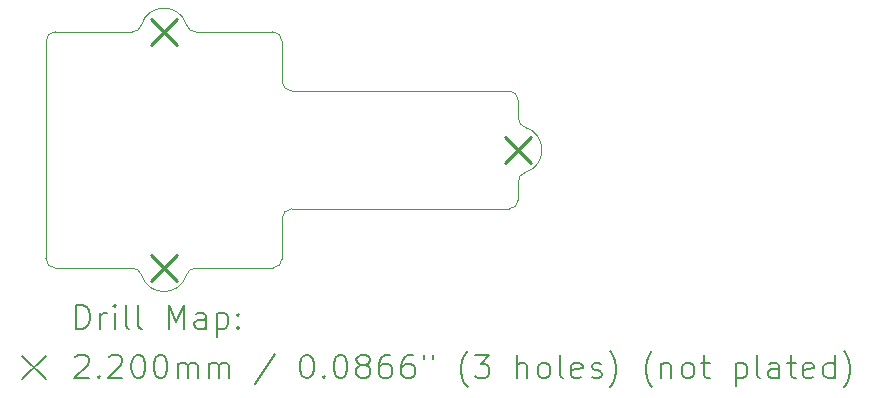
<source format=gbr>
%TF.GenerationSoftware,KiCad,Pcbnew,9.0.2*%
%TF.CreationDate,2025-07-10T11:39:38+02:00*%
%TF.ProjectId,iagabel,69616761-6265-46c2-9e6b-696361645f70,rev?*%
%TF.SameCoordinates,Original*%
%TF.FileFunction,Drillmap*%
%TF.FilePolarity,Positive*%
%FSLAX45Y45*%
G04 Gerber Fmt 4.5, Leading zero omitted, Abs format (unit mm)*
G04 Created by KiCad (PCBNEW 9.0.2) date 2025-07-10 11:39:38*
%MOMM*%
%LPD*%
G01*
G04 APERTURE LIST*
%ADD10C,0.050000*%
%ADD11C,0.200000*%
%ADD12C,0.220000*%
G04 APERTURE END LIST*
D10*
X2080000Y-500000D02*
X3920000Y-500000D01*
X1268330Y0D02*
G75*
G02*
X1191665Y57143I0J80000D01*
G01*
X4000000Y-1420000D02*
X4000000Y-1268330D01*
X808337Y57143D02*
G75*
G02*
X731674Y0I-76663J22854D01*
G01*
X2000000Y-80000D02*
X2000000Y-420000D01*
X0Y-80000D02*
G75*
G02*
X80000Y0I80000J0D01*
G01*
X1268867Y-2000000D02*
X1920000Y-2000000D01*
X0Y-80000D02*
X0Y-1920000D01*
X80000Y-2000000D02*
G75*
G02*
X0Y-1920000I0J80000D01*
G01*
X4057143Y-808337D02*
G75*
G02*
X4000000Y-731133I22857J76667D01*
G01*
X731670Y-2000000D02*
G75*
G02*
X808335Y-2057143I0J-80000D01*
G01*
X80000Y0D02*
X731674Y0D01*
X1191663Y-2057143D02*
G75*
G02*
X1268867Y-2000000I76667J-22857D01*
G01*
X2000000Y-1920000D02*
G75*
G02*
X1920000Y-2000000I-80000J0D01*
G01*
X2000000Y-1580000D02*
G75*
G02*
X2080000Y-1500000I80000J0D01*
G01*
X4000000Y-1420000D02*
G75*
G02*
X3920000Y-1500000I-80000J0D01*
G01*
X1920000Y0D02*
G75*
G02*
X2000000Y-80000I0J-80000D01*
G01*
X2000000Y-1920000D02*
X2000000Y-1580000D01*
X2080000Y-500000D02*
G75*
G02*
X2000000Y-420000I0J80000D01*
G01*
X2080000Y-1500000D02*
X3920000Y-1500000D01*
X4057143Y-808337D02*
G75*
G02*
X4057143Y-1191663I-57143J-191663D01*
G01*
X4000000Y-731133D02*
X4000000Y-580000D01*
X808337Y57143D02*
G75*
G02*
X1191663Y57143I191663J-57143D01*
G01*
X1268330Y0D02*
X1920000Y0D01*
X3920000Y-500000D02*
G75*
G02*
X4000000Y-580000I0J-80000D01*
G01*
X80000Y-2000000D02*
X731670Y-2000000D01*
X4000000Y-1268330D02*
G75*
G02*
X4057143Y-1191665I80000J0D01*
G01*
X1191663Y-2057143D02*
G75*
G02*
X808337Y-2057143I-191663J57143D01*
G01*
D11*
D12*
X890000Y110000D02*
X1110000Y-110000D01*
X1110000Y110000D02*
X890000Y-110000D01*
X890000Y-1890000D02*
X1110000Y-2110000D01*
X1110000Y-1890000D02*
X890000Y-2110000D01*
X3890000Y-890000D02*
X4110000Y-1110000D01*
X4110000Y-890000D02*
X3890000Y-1110000D01*
D11*
X258277Y-2513984D02*
X258277Y-2313984D01*
X258277Y-2313984D02*
X305896Y-2313984D01*
X305896Y-2313984D02*
X334467Y-2323508D01*
X334467Y-2323508D02*
X353515Y-2342555D01*
X353515Y-2342555D02*
X363039Y-2361603D01*
X363039Y-2361603D02*
X372562Y-2399698D01*
X372562Y-2399698D02*
X372562Y-2428269D01*
X372562Y-2428269D02*
X363039Y-2466365D01*
X363039Y-2466365D02*
X353515Y-2485412D01*
X353515Y-2485412D02*
X334467Y-2504460D01*
X334467Y-2504460D02*
X305896Y-2513984D01*
X305896Y-2513984D02*
X258277Y-2513984D01*
X458277Y-2513984D02*
X458277Y-2380650D01*
X458277Y-2418746D02*
X467801Y-2399698D01*
X467801Y-2399698D02*
X477324Y-2390174D01*
X477324Y-2390174D02*
X496372Y-2380650D01*
X496372Y-2380650D02*
X515420Y-2380650D01*
X582086Y-2513984D02*
X582086Y-2380650D01*
X582086Y-2313984D02*
X572563Y-2323508D01*
X572563Y-2323508D02*
X582086Y-2333031D01*
X582086Y-2333031D02*
X591610Y-2323508D01*
X591610Y-2323508D02*
X582086Y-2313984D01*
X582086Y-2313984D02*
X582086Y-2333031D01*
X705896Y-2513984D02*
X686848Y-2504460D01*
X686848Y-2504460D02*
X677324Y-2485412D01*
X677324Y-2485412D02*
X677324Y-2313984D01*
X810658Y-2513984D02*
X791610Y-2504460D01*
X791610Y-2504460D02*
X782086Y-2485412D01*
X782086Y-2485412D02*
X782086Y-2313984D01*
X1039229Y-2513984D02*
X1039229Y-2313984D01*
X1039229Y-2313984D02*
X1105896Y-2456841D01*
X1105896Y-2456841D02*
X1172563Y-2313984D01*
X1172563Y-2313984D02*
X1172563Y-2513984D01*
X1353515Y-2513984D02*
X1353515Y-2409222D01*
X1353515Y-2409222D02*
X1343991Y-2390174D01*
X1343991Y-2390174D02*
X1324944Y-2380650D01*
X1324944Y-2380650D02*
X1286848Y-2380650D01*
X1286848Y-2380650D02*
X1267801Y-2390174D01*
X1353515Y-2504460D02*
X1334467Y-2513984D01*
X1334467Y-2513984D02*
X1286848Y-2513984D01*
X1286848Y-2513984D02*
X1267801Y-2504460D01*
X1267801Y-2504460D02*
X1258277Y-2485412D01*
X1258277Y-2485412D02*
X1258277Y-2466365D01*
X1258277Y-2466365D02*
X1267801Y-2447317D01*
X1267801Y-2447317D02*
X1286848Y-2437793D01*
X1286848Y-2437793D02*
X1334467Y-2437793D01*
X1334467Y-2437793D02*
X1353515Y-2428269D01*
X1448753Y-2380650D02*
X1448753Y-2580650D01*
X1448753Y-2390174D02*
X1467801Y-2380650D01*
X1467801Y-2380650D02*
X1505896Y-2380650D01*
X1505896Y-2380650D02*
X1524943Y-2390174D01*
X1524943Y-2390174D02*
X1534467Y-2399698D01*
X1534467Y-2399698D02*
X1543991Y-2418746D01*
X1543991Y-2418746D02*
X1543991Y-2475888D01*
X1543991Y-2475888D02*
X1534467Y-2494936D01*
X1534467Y-2494936D02*
X1524943Y-2504460D01*
X1524943Y-2504460D02*
X1505896Y-2513984D01*
X1505896Y-2513984D02*
X1467801Y-2513984D01*
X1467801Y-2513984D02*
X1448753Y-2504460D01*
X1629705Y-2494936D02*
X1639229Y-2504460D01*
X1639229Y-2504460D02*
X1629705Y-2513984D01*
X1629705Y-2513984D02*
X1620182Y-2504460D01*
X1620182Y-2504460D02*
X1629705Y-2494936D01*
X1629705Y-2494936D02*
X1629705Y-2513984D01*
X1629705Y-2390174D02*
X1639229Y-2399698D01*
X1639229Y-2399698D02*
X1629705Y-2409222D01*
X1629705Y-2409222D02*
X1620182Y-2399698D01*
X1620182Y-2399698D02*
X1629705Y-2390174D01*
X1629705Y-2390174D02*
X1629705Y-2409222D01*
X-202500Y-2742500D02*
X-2500Y-2942500D01*
X-2500Y-2742500D02*
X-202500Y-2942500D01*
X248753Y-2753031D02*
X258277Y-2743508D01*
X258277Y-2743508D02*
X277324Y-2733984D01*
X277324Y-2733984D02*
X324944Y-2733984D01*
X324944Y-2733984D02*
X343991Y-2743508D01*
X343991Y-2743508D02*
X353515Y-2753031D01*
X353515Y-2753031D02*
X363039Y-2772079D01*
X363039Y-2772079D02*
X363039Y-2791127D01*
X363039Y-2791127D02*
X353515Y-2819698D01*
X353515Y-2819698D02*
X239229Y-2933984D01*
X239229Y-2933984D02*
X363039Y-2933984D01*
X448753Y-2914936D02*
X458277Y-2924460D01*
X458277Y-2924460D02*
X448753Y-2933984D01*
X448753Y-2933984D02*
X439229Y-2924460D01*
X439229Y-2924460D02*
X448753Y-2914936D01*
X448753Y-2914936D02*
X448753Y-2933984D01*
X534467Y-2753031D02*
X543991Y-2743508D01*
X543991Y-2743508D02*
X563039Y-2733984D01*
X563039Y-2733984D02*
X610658Y-2733984D01*
X610658Y-2733984D02*
X629705Y-2743508D01*
X629705Y-2743508D02*
X639229Y-2753031D01*
X639229Y-2753031D02*
X648753Y-2772079D01*
X648753Y-2772079D02*
X648753Y-2791127D01*
X648753Y-2791127D02*
X639229Y-2819698D01*
X639229Y-2819698D02*
X524944Y-2933984D01*
X524944Y-2933984D02*
X648753Y-2933984D01*
X772562Y-2733984D02*
X791610Y-2733984D01*
X791610Y-2733984D02*
X810658Y-2743508D01*
X810658Y-2743508D02*
X820182Y-2753031D01*
X820182Y-2753031D02*
X829705Y-2772079D01*
X829705Y-2772079D02*
X839229Y-2810174D01*
X839229Y-2810174D02*
X839229Y-2857793D01*
X839229Y-2857793D02*
X829705Y-2895888D01*
X829705Y-2895888D02*
X820182Y-2914936D01*
X820182Y-2914936D02*
X810658Y-2924460D01*
X810658Y-2924460D02*
X791610Y-2933984D01*
X791610Y-2933984D02*
X772562Y-2933984D01*
X772562Y-2933984D02*
X753515Y-2924460D01*
X753515Y-2924460D02*
X743991Y-2914936D01*
X743991Y-2914936D02*
X734467Y-2895888D01*
X734467Y-2895888D02*
X724943Y-2857793D01*
X724943Y-2857793D02*
X724943Y-2810174D01*
X724943Y-2810174D02*
X734467Y-2772079D01*
X734467Y-2772079D02*
X743991Y-2753031D01*
X743991Y-2753031D02*
X753515Y-2743508D01*
X753515Y-2743508D02*
X772562Y-2733984D01*
X963039Y-2733984D02*
X982086Y-2733984D01*
X982086Y-2733984D02*
X1001134Y-2743508D01*
X1001134Y-2743508D02*
X1010658Y-2753031D01*
X1010658Y-2753031D02*
X1020182Y-2772079D01*
X1020182Y-2772079D02*
X1029705Y-2810174D01*
X1029705Y-2810174D02*
X1029705Y-2857793D01*
X1029705Y-2857793D02*
X1020182Y-2895888D01*
X1020182Y-2895888D02*
X1010658Y-2914936D01*
X1010658Y-2914936D02*
X1001134Y-2924460D01*
X1001134Y-2924460D02*
X982086Y-2933984D01*
X982086Y-2933984D02*
X963039Y-2933984D01*
X963039Y-2933984D02*
X943991Y-2924460D01*
X943991Y-2924460D02*
X934467Y-2914936D01*
X934467Y-2914936D02*
X924943Y-2895888D01*
X924943Y-2895888D02*
X915420Y-2857793D01*
X915420Y-2857793D02*
X915420Y-2810174D01*
X915420Y-2810174D02*
X924943Y-2772079D01*
X924943Y-2772079D02*
X934467Y-2753031D01*
X934467Y-2753031D02*
X943991Y-2743508D01*
X943991Y-2743508D02*
X963039Y-2733984D01*
X1115420Y-2933984D02*
X1115420Y-2800650D01*
X1115420Y-2819698D02*
X1124944Y-2810174D01*
X1124944Y-2810174D02*
X1143991Y-2800650D01*
X1143991Y-2800650D02*
X1172563Y-2800650D01*
X1172563Y-2800650D02*
X1191610Y-2810174D01*
X1191610Y-2810174D02*
X1201134Y-2829222D01*
X1201134Y-2829222D02*
X1201134Y-2933984D01*
X1201134Y-2829222D02*
X1210658Y-2810174D01*
X1210658Y-2810174D02*
X1229705Y-2800650D01*
X1229705Y-2800650D02*
X1258277Y-2800650D01*
X1258277Y-2800650D02*
X1277325Y-2810174D01*
X1277325Y-2810174D02*
X1286848Y-2829222D01*
X1286848Y-2829222D02*
X1286848Y-2933984D01*
X1382086Y-2933984D02*
X1382086Y-2800650D01*
X1382086Y-2819698D02*
X1391610Y-2810174D01*
X1391610Y-2810174D02*
X1410658Y-2800650D01*
X1410658Y-2800650D02*
X1439229Y-2800650D01*
X1439229Y-2800650D02*
X1458277Y-2810174D01*
X1458277Y-2810174D02*
X1467801Y-2829222D01*
X1467801Y-2829222D02*
X1467801Y-2933984D01*
X1467801Y-2829222D02*
X1477324Y-2810174D01*
X1477324Y-2810174D02*
X1496372Y-2800650D01*
X1496372Y-2800650D02*
X1524943Y-2800650D01*
X1524943Y-2800650D02*
X1543991Y-2810174D01*
X1543991Y-2810174D02*
X1553515Y-2829222D01*
X1553515Y-2829222D02*
X1553515Y-2933984D01*
X1943991Y-2724460D02*
X1772563Y-2981603D01*
X2201134Y-2733984D02*
X2220182Y-2733984D01*
X2220182Y-2733984D02*
X2239229Y-2743508D01*
X2239229Y-2743508D02*
X2248753Y-2753031D01*
X2248753Y-2753031D02*
X2258277Y-2772079D01*
X2258277Y-2772079D02*
X2267801Y-2810174D01*
X2267801Y-2810174D02*
X2267801Y-2857793D01*
X2267801Y-2857793D02*
X2258277Y-2895888D01*
X2258277Y-2895888D02*
X2248753Y-2914936D01*
X2248753Y-2914936D02*
X2239229Y-2924460D01*
X2239229Y-2924460D02*
X2220182Y-2933984D01*
X2220182Y-2933984D02*
X2201134Y-2933984D01*
X2201134Y-2933984D02*
X2182087Y-2924460D01*
X2182087Y-2924460D02*
X2172563Y-2914936D01*
X2172563Y-2914936D02*
X2163039Y-2895888D01*
X2163039Y-2895888D02*
X2153515Y-2857793D01*
X2153515Y-2857793D02*
X2153515Y-2810174D01*
X2153515Y-2810174D02*
X2163039Y-2772079D01*
X2163039Y-2772079D02*
X2172563Y-2753031D01*
X2172563Y-2753031D02*
X2182087Y-2743508D01*
X2182087Y-2743508D02*
X2201134Y-2733984D01*
X2353515Y-2914936D02*
X2363039Y-2924460D01*
X2363039Y-2924460D02*
X2353515Y-2933984D01*
X2353515Y-2933984D02*
X2343991Y-2924460D01*
X2343991Y-2924460D02*
X2353515Y-2914936D01*
X2353515Y-2914936D02*
X2353515Y-2933984D01*
X2486848Y-2733984D02*
X2505896Y-2733984D01*
X2505896Y-2733984D02*
X2524944Y-2743508D01*
X2524944Y-2743508D02*
X2534468Y-2753031D01*
X2534468Y-2753031D02*
X2543991Y-2772079D01*
X2543991Y-2772079D02*
X2553515Y-2810174D01*
X2553515Y-2810174D02*
X2553515Y-2857793D01*
X2553515Y-2857793D02*
X2543991Y-2895888D01*
X2543991Y-2895888D02*
X2534468Y-2914936D01*
X2534468Y-2914936D02*
X2524944Y-2924460D01*
X2524944Y-2924460D02*
X2505896Y-2933984D01*
X2505896Y-2933984D02*
X2486848Y-2933984D01*
X2486848Y-2933984D02*
X2467801Y-2924460D01*
X2467801Y-2924460D02*
X2458277Y-2914936D01*
X2458277Y-2914936D02*
X2448753Y-2895888D01*
X2448753Y-2895888D02*
X2439229Y-2857793D01*
X2439229Y-2857793D02*
X2439229Y-2810174D01*
X2439229Y-2810174D02*
X2448753Y-2772079D01*
X2448753Y-2772079D02*
X2458277Y-2753031D01*
X2458277Y-2753031D02*
X2467801Y-2743508D01*
X2467801Y-2743508D02*
X2486848Y-2733984D01*
X2667801Y-2819698D02*
X2648753Y-2810174D01*
X2648753Y-2810174D02*
X2639229Y-2800650D01*
X2639229Y-2800650D02*
X2629706Y-2781603D01*
X2629706Y-2781603D02*
X2629706Y-2772079D01*
X2629706Y-2772079D02*
X2639229Y-2753031D01*
X2639229Y-2753031D02*
X2648753Y-2743508D01*
X2648753Y-2743508D02*
X2667801Y-2733984D01*
X2667801Y-2733984D02*
X2705896Y-2733984D01*
X2705896Y-2733984D02*
X2724944Y-2743508D01*
X2724944Y-2743508D02*
X2734468Y-2753031D01*
X2734468Y-2753031D02*
X2743991Y-2772079D01*
X2743991Y-2772079D02*
X2743991Y-2781603D01*
X2743991Y-2781603D02*
X2734468Y-2800650D01*
X2734468Y-2800650D02*
X2724944Y-2810174D01*
X2724944Y-2810174D02*
X2705896Y-2819698D01*
X2705896Y-2819698D02*
X2667801Y-2819698D01*
X2667801Y-2819698D02*
X2648753Y-2829222D01*
X2648753Y-2829222D02*
X2639229Y-2838746D01*
X2639229Y-2838746D02*
X2629706Y-2857793D01*
X2629706Y-2857793D02*
X2629706Y-2895888D01*
X2629706Y-2895888D02*
X2639229Y-2914936D01*
X2639229Y-2914936D02*
X2648753Y-2924460D01*
X2648753Y-2924460D02*
X2667801Y-2933984D01*
X2667801Y-2933984D02*
X2705896Y-2933984D01*
X2705896Y-2933984D02*
X2724944Y-2924460D01*
X2724944Y-2924460D02*
X2734468Y-2914936D01*
X2734468Y-2914936D02*
X2743991Y-2895888D01*
X2743991Y-2895888D02*
X2743991Y-2857793D01*
X2743991Y-2857793D02*
X2734468Y-2838746D01*
X2734468Y-2838746D02*
X2724944Y-2829222D01*
X2724944Y-2829222D02*
X2705896Y-2819698D01*
X2915420Y-2733984D02*
X2877325Y-2733984D01*
X2877325Y-2733984D02*
X2858277Y-2743508D01*
X2858277Y-2743508D02*
X2848753Y-2753031D01*
X2848753Y-2753031D02*
X2829706Y-2781603D01*
X2829706Y-2781603D02*
X2820182Y-2819698D01*
X2820182Y-2819698D02*
X2820182Y-2895888D01*
X2820182Y-2895888D02*
X2829706Y-2914936D01*
X2829706Y-2914936D02*
X2839229Y-2924460D01*
X2839229Y-2924460D02*
X2858277Y-2933984D01*
X2858277Y-2933984D02*
X2896372Y-2933984D01*
X2896372Y-2933984D02*
X2915420Y-2924460D01*
X2915420Y-2924460D02*
X2924944Y-2914936D01*
X2924944Y-2914936D02*
X2934467Y-2895888D01*
X2934467Y-2895888D02*
X2934467Y-2848269D01*
X2934467Y-2848269D02*
X2924944Y-2829222D01*
X2924944Y-2829222D02*
X2915420Y-2819698D01*
X2915420Y-2819698D02*
X2896372Y-2810174D01*
X2896372Y-2810174D02*
X2858277Y-2810174D01*
X2858277Y-2810174D02*
X2839229Y-2819698D01*
X2839229Y-2819698D02*
X2829706Y-2829222D01*
X2829706Y-2829222D02*
X2820182Y-2848269D01*
X3105896Y-2733984D02*
X3067801Y-2733984D01*
X3067801Y-2733984D02*
X3048753Y-2743508D01*
X3048753Y-2743508D02*
X3039229Y-2753031D01*
X3039229Y-2753031D02*
X3020182Y-2781603D01*
X3020182Y-2781603D02*
X3010658Y-2819698D01*
X3010658Y-2819698D02*
X3010658Y-2895888D01*
X3010658Y-2895888D02*
X3020182Y-2914936D01*
X3020182Y-2914936D02*
X3029706Y-2924460D01*
X3029706Y-2924460D02*
X3048753Y-2933984D01*
X3048753Y-2933984D02*
X3086848Y-2933984D01*
X3086848Y-2933984D02*
X3105896Y-2924460D01*
X3105896Y-2924460D02*
X3115420Y-2914936D01*
X3115420Y-2914936D02*
X3124944Y-2895888D01*
X3124944Y-2895888D02*
X3124944Y-2848269D01*
X3124944Y-2848269D02*
X3115420Y-2829222D01*
X3115420Y-2829222D02*
X3105896Y-2819698D01*
X3105896Y-2819698D02*
X3086848Y-2810174D01*
X3086848Y-2810174D02*
X3048753Y-2810174D01*
X3048753Y-2810174D02*
X3029706Y-2819698D01*
X3029706Y-2819698D02*
X3020182Y-2829222D01*
X3020182Y-2829222D02*
X3010658Y-2848269D01*
X3201134Y-2733984D02*
X3201134Y-2772079D01*
X3277325Y-2733984D02*
X3277325Y-2772079D01*
X3572563Y-3010174D02*
X3563039Y-3000650D01*
X3563039Y-3000650D02*
X3543991Y-2972079D01*
X3543991Y-2972079D02*
X3534468Y-2953031D01*
X3534468Y-2953031D02*
X3524944Y-2924460D01*
X3524944Y-2924460D02*
X3515420Y-2876841D01*
X3515420Y-2876841D02*
X3515420Y-2838746D01*
X3515420Y-2838746D02*
X3524944Y-2791127D01*
X3524944Y-2791127D02*
X3534468Y-2762555D01*
X3534468Y-2762555D02*
X3543991Y-2743508D01*
X3543991Y-2743508D02*
X3563039Y-2714936D01*
X3563039Y-2714936D02*
X3572563Y-2705412D01*
X3629706Y-2733984D02*
X3753515Y-2733984D01*
X3753515Y-2733984D02*
X3686848Y-2810174D01*
X3686848Y-2810174D02*
X3715420Y-2810174D01*
X3715420Y-2810174D02*
X3734468Y-2819698D01*
X3734468Y-2819698D02*
X3743991Y-2829222D01*
X3743991Y-2829222D02*
X3753515Y-2848269D01*
X3753515Y-2848269D02*
X3753515Y-2895888D01*
X3753515Y-2895888D02*
X3743991Y-2914936D01*
X3743991Y-2914936D02*
X3734468Y-2924460D01*
X3734468Y-2924460D02*
X3715420Y-2933984D01*
X3715420Y-2933984D02*
X3658277Y-2933984D01*
X3658277Y-2933984D02*
X3639229Y-2924460D01*
X3639229Y-2924460D02*
X3629706Y-2914936D01*
X3991610Y-2933984D02*
X3991610Y-2733984D01*
X4077325Y-2933984D02*
X4077325Y-2829222D01*
X4077325Y-2829222D02*
X4067801Y-2810174D01*
X4067801Y-2810174D02*
X4048753Y-2800650D01*
X4048753Y-2800650D02*
X4020182Y-2800650D01*
X4020182Y-2800650D02*
X4001134Y-2810174D01*
X4001134Y-2810174D02*
X3991610Y-2819698D01*
X4201134Y-2933984D02*
X4182087Y-2924460D01*
X4182087Y-2924460D02*
X4172563Y-2914936D01*
X4172563Y-2914936D02*
X4163039Y-2895888D01*
X4163039Y-2895888D02*
X4163039Y-2838746D01*
X4163039Y-2838746D02*
X4172563Y-2819698D01*
X4172563Y-2819698D02*
X4182087Y-2810174D01*
X4182087Y-2810174D02*
X4201134Y-2800650D01*
X4201134Y-2800650D02*
X4229706Y-2800650D01*
X4229706Y-2800650D02*
X4248753Y-2810174D01*
X4248753Y-2810174D02*
X4258277Y-2819698D01*
X4258277Y-2819698D02*
X4267801Y-2838746D01*
X4267801Y-2838746D02*
X4267801Y-2895888D01*
X4267801Y-2895888D02*
X4258277Y-2914936D01*
X4258277Y-2914936D02*
X4248753Y-2924460D01*
X4248753Y-2924460D02*
X4229706Y-2933984D01*
X4229706Y-2933984D02*
X4201134Y-2933984D01*
X4382087Y-2933984D02*
X4363039Y-2924460D01*
X4363039Y-2924460D02*
X4353515Y-2905412D01*
X4353515Y-2905412D02*
X4353515Y-2733984D01*
X4534468Y-2924460D02*
X4515420Y-2933984D01*
X4515420Y-2933984D02*
X4477325Y-2933984D01*
X4477325Y-2933984D02*
X4458277Y-2924460D01*
X4458277Y-2924460D02*
X4448753Y-2905412D01*
X4448753Y-2905412D02*
X4448753Y-2829222D01*
X4448753Y-2829222D02*
X4458277Y-2810174D01*
X4458277Y-2810174D02*
X4477325Y-2800650D01*
X4477325Y-2800650D02*
X4515420Y-2800650D01*
X4515420Y-2800650D02*
X4534468Y-2810174D01*
X4534468Y-2810174D02*
X4543992Y-2829222D01*
X4543992Y-2829222D02*
X4543992Y-2848269D01*
X4543992Y-2848269D02*
X4448753Y-2867317D01*
X4620182Y-2924460D02*
X4639230Y-2933984D01*
X4639230Y-2933984D02*
X4677325Y-2933984D01*
X4677325Y-2933984D02*
X4696373Y-2924460D01*
X4696373Y-2924460D02*
X4705896Y-2905412D01*
X4705896Y-2905412D02*
X4705896Y-2895888D01*
X4705896Y-2895888D02*
X4696373Y-2876841D01*
X4696373Y-2876841D02*
X4677325Y-2867317D01*
X4677325Y-2867317D02*
X4648753Y-2867317D01*
X4648753Y-2867317D02*
X4629706Y-2857793D01*
X4629706Y-2857793D02*
X4620182Y-2838746D01*
X4620182Y-2838746D02*
X4620182Y-2829222D01*
X4620182Y-2829222D02*
X4629706Y-2810174D01*
X4629706Y-2810174D02*
X4648753Y-2800650D01*
X4648753Y-2800650D02*
X4677325Y-2800650D01*
X4677325Y-2800650D02*
X4696373Y-2810174D01*
X4772563Y-3010174D02*
X4782087Y-3000650D01*
X4782087Y-3000650D02*
X4801134Y-2972079D01*
X4801134Y-2972079D02*
X4810658Y-2953031D01*
X4810658Y-2953031D02*
X4820182Y-2924460D01*
X4820182Y-2924460D02*
X4829706Y-2876841D01*
X4829706Y-2876841D02*
X4829706Y-2838746D01*
X4829706Y-2838746D02*
X4820182Y-2791127D01*
X4820182Y-2791127D02*
X4810658Y-2762555D01*
X4810658Y-2762555D02*
X4801134Y-2743508D01*
X4801134Y-2743508D02*
X4782087Y-2714936D01*
X4782087Y-2714936D02*
X4772563Y-2705412D01*
X5134468Y-3010174D02*
X5124944Y-3000650D01*
X5124944Y-3000650D02*
X5105896Y-2972079D01*
X5105896Y-2972079D02*
X5096373Y-2953031D01*
X5096373Y-2953031D02*
X5086849Y-2924460D01*
X5086849Y-2924460D02*
X5077325Y-2876841D01*
X5077325Y-2876841D02*
X5077325Y-2838746D01*
X5077325Y-2838746D02*
X5086849Y-2791127D01*
X5086849Y-2791127D02*
X5096373Y-2762555D01*
X5096373Y-2762555D02*
X5105896Y-2743508D01*
X5105896Y-2743508D02*
X5124944Y-2714936D01*
X5124944Y-2714936D02*
X5134468Y-2705412D01*
X5210658Y-2800650D02*
X5210658Y-2933984D01*
X5210658Y-2819698D02*
X5220182Y-2810174D01*
X5220182Y-2810174D02*
X5239230Y-2800650D01*
X5239230Y-2800650D02*
X5267801Y-2800650D01*
X5267801Y-2800650D02*
X5286849Y-2810174D01*
X5286849Y-2810174D02*
X5296373Y-2829222D01*
X5296373Y-2829222D02*
X5296373Y-2933984D01*
X5420182Y-2933984D02*
X5401134Y-2924460D01*
X5401134Y-2924460D02*
X5391611Y-2914936D01*
X5391611Y-2914936D02*
X5382087Y-2895888D01*
X5382087Y-2895888D02*
X5382087Y-2838746D01*
X5382087Y-2838746D02*
X5391611Y-2819698D01*
X5391611Y-2819698D02*
X5401134Y-2810174D01*
X5401134Y-2810174D02*
X5420182Y-2800650D01*
X5420182Y-2800650D02*
X5448754Y-2800650D01*
X5448754Y-2800650D02*
X5467801Y-2810174D01*
X5467801Y-2810174D02*
X5477325Y-2819698D01*
X5477325Y-2819698D02*
X5486849Y-2838746D01*
X5486849Y-2838746D02*
X5486849Y-2895888D01*
X5486849Y-2895888D02*
X5477325Y-2914936D01*
X5477325Y-2914936D02*
X5467801Y-2924460D01*
X5467801Y-2924460D02*
X5448754Y-2933984D01*
X5448754Y-2933984D02*
X5420182Y-2933984D01*
X5543992Y-2800650D02*
X5620182Y-2800650D01*
X5572563Y-2733984D02*
X5572563Y-2905412D01*
X5572563Y-2905412D02*
X5582087Y-2924460D01*
X5582087Y-2924460D02*
X5601134Y-2933984D01*
X5601134Y-2933984D02*
X5620182Y-2933984D01*
X5839230Y-2800650D02*
X5839230Y-3000650D01*
X5839230Y-2810174D02*
X5858277Y-2800650D01*
X5858277Y-2800650D02*
X5896373Y-2800650D01*
X5896373Y-2800650D02*
X5915420Y-2810174D01*
X5915420Y-2810174D02*
X5924944Y-2819698D01*
X5924944Y-2819698D02*
X5934468Y-2838746D01*
X5934468Y-2838746D02*
X5934468Y-2895888D01*
X5934468Y-2895888D02*
X5924944Y-2914936D01*
X5924944Y-2914936D02*
X5915420Y-2924460D01*
X5915420Y-2924460D02*
X5896373Y-2933984D01*
X5896373Y-2933984D02*
X5858277Y-2933984D01*
X5858277Y-2933984D02*
X5839230Y-2924460D01*
X6048753Y-2933984D02*
X6029706Y-2924460D01*
X6029706Y-2924460D02*
X6020182Y-2905412D01*
X6020182Y-2905412D02*
X6020182Y-2733984D01*
X6210658Y-2933984D02*
X6210658Y-2829222D01*
X6210658Y-2829222D02*
X6201134Y-2810174D01*
X6201134Y-2810174D02*
X6182087Y-2800650D01*
X6182087Y-2800650D02*
X6143992Y-2800650D01*
X6143992Y-2800650D02*
X6124944Y-2810174D01*
X6210658Y-2924460D02*
X6191611Y-2933984D01*
X6191611Y-2933984D02*
X6143992Y-2933984D01*
X6143992Y-2933984D02*
X6124944Y-2924460D01*
X6124944Y-2924460D02*
X6115420Y-2905412D01*
X6115420Y-2905412D02*
X6115420Y-2886365D01*
X6115420Y-2886365D02*
X6124944Y-2867317D01*
X6124944Y-2867317D02*
X6143992Y-2857793D01*
X6143992Y-2857793D02*
X6191611Y-2857793D01*
X6191611Y-2857793D02*
X6210658Y-2848269D01*
X6277325Y-2800650D02*
X6353515Y-2800650D01*
X6305896Y-2733984D02*
X6305896Y-2905412D01*
X6305896Y-2905412D02*
X6315420Y-2924460D01*
X6315420Y-2924460D02*
X6334468Y-2933984D01*
X6334468Y-2933984D02*
X6353515Y-2933984D01*
X6496373Y-2924460D02*
X6477325Y-2933984D01*
X6477325Y-2933984D02*
X6439230Y-2933984D01*
X6439230Y-2933984D02*
X6420182Y-2924460D01*
X6420182Y-2924460D02*
X6410658Y-2905412D01*
X6410658Y-2905412D02*
X6410658Y-2829222D01*
X6410658Y-2829222D02*
X6420182Y-2810174D01*
X6420182Y-2810174D02*
X6439230Y-2800650D01*
X6439230Y-2800650D02*
X6477325Y-2800650D01*
X6477325Y-2800650D02*
X6496373Y-2810174D01*
X6496373Y-2810174D02*
X6505896Y-2829222D01*
X6505896Y-2829222D02*
X6505896Y-2848269D01*
X6505896Y-2848269D02*
X6410658Y-2867317D01*
X6677325Y-2933984D02*
X6677325Y-2733984D01*
X6677325Y-2924460D02*
X6658277Y-2933984D01*
X6658277Y-2933984D02*
X6620182Y-2933984D01*
X6620182Y-2933984D02*
X6601134Y-2924460D01*
X6601134Y-2924460D02*
X6591611Y-2914936D01*
X6591611Y-2914936D02*
X6582087Y-2895888D01*
X6582087Y-2895888D02*
X6582087Y-2838746D01*
X6582087Y-2838746D02*
X6591611Y-2819698D01*
X6591611Y-2819698D02*
X6601134Y-2810174D01*
X6601134Y-2810174D02*
X6620182Y-2800650D01*
X6620182Y-2800650D02*
X6658277Y-2800650D01*
X6658277Y-2800650D02*
X6677325Y-2810174D01*
X6753515Y-3010174D02*
X6763039Y-3000650D01*
X6763039Y-3000650D02*
X6782087Y-2972079D01*
X6782087Y-2972079D02*
X6791611Y-2953031D01*
X6791611Y-2953031D02*
X6801134Y-2924460D01*
X6801134Y-2924460D02*
X6810658Y-2876841D01*
X6810658Y-2876841D02*
X6810658Y-2838746D01*
X6810658Y-2838746D02*
X6801134Y-2791127D01*
X6801134Y-2791127D02*
X6791611Y-2762555D01*
X6791611Y-2762555D02*
X6782087Y-2743508D01*
X6782087Y-2743508D02*
X6763039Y-2714936D01*
X6763039Y-2714936D02*
X6753515Y-2705412D01*
M02*

</source>
